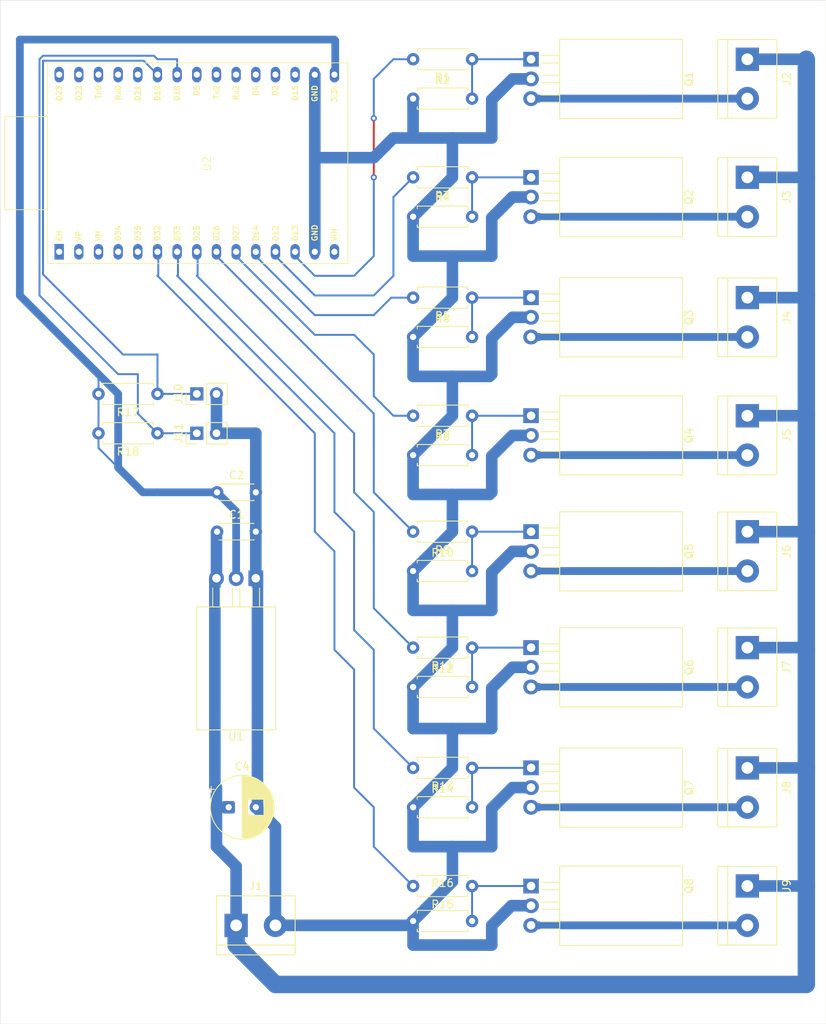
<source format=kicad_pcb>
(kicad_pcb (version 20241229) (generator "pcbnew") (generator_version "9.0")
  (layers (0 "F.Cu" signal) (2 "B.Cu" signal) (13 "F.Paste" user) (15 "B.Paste" user) (5 "F.SilkS" user "F.Silkscreen") (7 "B.SilkS" user "B.Silkscreen") (1 "F.Mask" user) (3 "B.Mask" user) (25 "Edge.Cuts" user))
  (net 0 "")
  (net 1 "GND")
  (net 2 "VIN")
  (net 3 "+3.3V")
  (net 4 "Net-(J2-Pin_2)")
  (net 5 "Net-(J3-Pin_2)")
  (net 6 "Net-(J4-Pin_2)")
  (net 7 "Net-(J5-Pin_2)")
  (net 8 "Net-(J6-Pin_2)")
  (net 9 "Net-(J7-Pin_2)")
  (net 10 "Net-(J8-Pin_2)")
  (net 11 "Net-(J9-Pin_2)")
  (net 12 "Net-(Q1-G)")
  (net 13 "Net-(Q2-G)")
  (net 14 "Net-(Q3-G)")
  (net 15 "Net-(Q4-G)")
  (net 16 "Net-(Q5-G)")
  (net 17 "Net-(Q6-G)")
  (net 18 "Net-(Q7-G)")
  (net 19 "Net-(Q8-G)")
  (net 20 "CH1")
  (net 21 "CH2")
  (net 22 "CH3")
  (net 23 "CH4")
  (net 24 "CH5")
  (net 25 "CH6")
  (net 26 "CH7")
  (net 27 "CH8")
  (net 45 "Net-(J10-Pin_1)")
  (net 46 "Net-(J11-Pin_1)")
  (footprint "Resistor_THT:R_Axial_DIN0207_L6.3mm_D2.5mm_P7.62mm_Horizontal" (layer "F.Cu") (at 40.64 88.9 180)
    (property "Reference" "R18" (at 3.81 -2.37 0) (layer "F.SilkS"))
    (property "Value" "10K")
    (pad "1" thru_hole circle (at 0 0 180) (size 1.6 1.6) (drill 0.8) (layers "*.Cu" "*.Mask") (net 46 "Net-(J11-Pin_1)"))
    (pad "2" thru_hole circle (at 7.62 0 180) (size 1.6 1.6) (drill 0.8) (layers "*.Cu" "*.Mask") (net 3 "+3.3V"))
  )
  (footprint "Capacitor_THT:CP_Radial_D8.0mm_P3.50mm" (layer "F.Cu") (at 49.84 137.16)
    (property "Reference" "C4" (at 1.75 -5.25 0) (layer "F.SilkS"))
    (property "Value" "100uF")
    (pad "1" thru_hole roundrect (at 0 0) (size 1.6 1.6) (drill 0.8) (layers "*.Cu" "*.Mask") (roundrect_rratio 0.15625) (net 2 "VIN"))
    (pad "2" thru_hole circle (at 3.5 0) (size 1.6 1.6) (drill 0.8) (layers "*.Cu" "*.Mask") (net 1 "GND"))
  )
  (footprint "Capacitor_THT:C_Disc_D4.3mm_W1.9mm_P5.00mm" (layer "F.Cu") (at 48.34 101.6)
    (property "Reference" "C1" (at 2.5 -2.2 0) (layer "F.SilkS"))
    (property "Value" "10uF")
    (pad "1" thru_hole circle (at 0 0) (size 1.6 1.6) (drill 0.8) (layers "*.Cu" "*.Mask") (net 2 "VIN"))
    (pad "2" thru_hole circle (at 5 0) (size 1.6 1.6) (drill 0.8) (layers "*.Cu" "*.Mask") (net 1 "GND"))
  )
  (footprint "SF_Library:ESP32-DevKitC-1" (layer "F.Cu") (at 47.54 54.1236 90)
    (property "Reference" "U2" (at 0 -0.5 90) (layer "F.SilkS") (effects (font (thickness 0.1))))
    (property "Value" "ESP32-DevkitC-1")
    (fp_text user "3.3v" (at 10.23 15.96 90) (layer "F.SilkS") (effects (font (size 0.7 0.7)) (justify right)))
    (fp_text user "VIN" (at -10.09 15.96 90) (layer "F.SilkS") (effects (font (size 0.7 0.7)) (justify left)))
    (fp_text user "D34" (at -10.09 -11.98 90) (layer "F.SilkS") (effects (font (size 0.7 0.7)) (justify left)))
    (fp_text user "D25" (at -10.09 -1.82 90) (layer "F.SilkS") (effects (font (size 0.7 0.7)) (justify left)))
    (fp_text user "D14" (at -10.09 5.8 90) (layer "F.SilkS") (effects (font (size 0.7 0.7)) (justify left)))
    (fp_text user "EN" (at -10.09 -19.6 90) (layer "F.SilkS") (effects (font (size 0.7 0.7)) (justify left)))
    (fp_text user "D26" (at -10.09 0.72 90) (layer "F.SilkS") (effects (font (size 0.7 0.7)) (justify left)))
    (fp_text user "D12" (at -10.09 8.34 90) (layer "F.SilkS") (effects (font (size 0.7 0.7)) (justify left)))
    (fp_text user "Rx0" (at 10.23 -11.98 90) (layer "F.SilkS") (effects (font (size 0.7 0.7)) (justify right)))
    (fp_text user "D21" (at 10.23 -9.44 90) (layer "F.SilkS") (effects (font (size 0.7 0.7)) (justify right)))
    (fp_text user "D32" (at -10.09 -6.9 90) (layer "F.SilkS") (effects (font (size 0.7 0.7)) (justify left)))
    (fp_text user "D5" (at 10.23 -1.82 90) (layer "F.SilkS") (effects (font (size 0.7 0.7)) (justify right)))
    (fp_text user "D35" (at -10.09 -9.44 90) (layer "F.SilkS") (effects (font (size 0.7 0.7)) (justify left)))
    (fp_text user "GND" (at 10.23 13.42 90) (layer "F.SilkS") (effects (font (size 0.7 0.7)) (justify right)))
    (fp_text user "Tx2" (at 10.23 0.72 90) (layer "F.SilkS") (effects (font (size 0.7 0.7)) (justify right)))
    (fp_text user "D27" (at -10.09 3.26 90) (layer "F.SilkS") (effects (font (size 0.7 0.7)) (justify left)))
    (fp_text user "D23" (at 10.23 -19.6 90) (layer "F.SilkS") (effects (font (size 0.7 0.7)) (justify right)))
    (fp_text user "D2" (at 10.23 8.34 90) (layer "F.SilkS") (effects (font (size 0.7 0.7)) (justify right)))
    (fp_text user "D4" (at 10.23 5.8 90) (layer "F.SilkS") (effects (font (size 0.7 0.7)) (justify right)))
    (fp_text user "VN" (at -10.09 -14.52 90) (layer "F.SilkS") (effects (font (size 0.7 0.7)) (justify left)))
    (fp_text user "GND" (at -10.09 13.42 90) (layer "F.SilkS") (effects (font (size 0.7 0.7)) (justify left)))
    (fp_text user "Rx2" (at 10.23 3.26 90) (layer "F.SilkS") (effects (font (size 0.7 0.7)) (justify right)))
    (fp_text user "D15" (at 10.23 10.88 90) (layer "F.SilkS") (effects (font (size 0.7 0.7)) (justify right)))
    (fp_text user "D33" (at -10.09 -4.36 90) (layer "F.SilkS") (effects (font (size 0.7 0.7)) (justify left)))
    (fp_text user "Tx0" (at 10.23 -14.52 90) (layer "F.SilkS") (effects (font (size 0.7 0.7)) (justify right)))
    (fp_text user "D13" (at -10.09 10.88 90) (layer "F.SilkS") (effects (font (size 0.7 0.7)) (justify left)))
    (fp_text user "D18" (at 10.23 -4.36 90) (layer "F.SilkS") (effects (font (size 0.7 0.7)) (justify right)))
    (fp_text user "D19" (at 10.23 -6.9 90) (layer "F.SilkS") (effects (font (size 0.7 0.7)) (justify right)))
    (fp_text user "D22" (at 10.23 -17.06 90) (layer "F.SilkS") (effects (font (size 0.7 0.7)) (justify right)))
    (fp_text user "VP" (at -10.09 -17.06 90) (layer "F.SilkS") (effects (font (size 0.7 0.7)) (justify left)))
    (pad "1" thru_hole rect (at -11.36 -19.6) (size 1.2 2) (drill 0.8) (layers "*.Cu" "*.Mask"))
    (pad "2" thru_hole oval (at -11.36 -17.06) (size 1.2 2) (drill 0.8) (layers "*.Cu" "*.Mask"))
    (pad "3" thru_hole oval (at -11.36 -14.52) (size 1.2 2) (drill 0.8) (layers "*.Cu" "*.Mask"))
    (pad "4" thru_hole oval (at -11.36 -11.98) (size 1.2 2) (drill 0.8) (layers "*.Cu" "*.Mask"))
    (pad "5" thru_hole oval (at -11.36 -9.44) (size 1.2 2) (drill 0.8) (layers "*.Cu" "*.Mask"))
    (pad "6" thru_hole oval (at -11.36 -6.9) (size 1.2 2) (drill 0.8) (layers "*.Cu" "*.Mask") (net 27 "CH8"))
    (pad "7" thru_hole oval (at -11.36 -4.36) (size 1.2 2) (drill 0.8) (layers "*.Cu" "*.Mask") (net 26 "CH7"))
    (pad "8" thru_hole oval (at -11.36 -1.82) (size 1.2 2) (drill 0.8) (layers "*.Cu" "*.Mask") (net 25 "CH6"))
    (pad "9" thru_hole oval (at -11.36 0.72) (size 1.2 2) (drill 0.8) (layers "*.Cu" "*.Mask") (net 24 "CH5"))
    (pad "10" thru_hole oval (at -11.36 3.26) (size 1.2 2) (drill 0.8) (layers "*.Cu" "*.Mask") (net 23 "CH4"))
    (pad "11" thru_hole oval (at -11.36 5.8) (size 1.2 2) (drill 0.8) (layers "*.Cu" "*.Mask") (net 22 "CH3"))
    (pad "12" thru_hole oval (at -11.36 8.34) (size 1.2 2) (drill 0.8) (layers "*.Cu" "*.Mask") (net 21 "CH2"))
    (pad "13" thru_hole oval (at -11.36 10.88) (size 1.2 2) (drill 0.8) (layers "*.Cu" "*.Mask") (net 20 "CH1"))
    (pad "14" thru_hole oval (at -11.36 13.42) (size 1.2 2) (drill 0.8) (layers "*.Cu" "*.Mask") (net 1 "GND"))
    (pad "15" thru_hole oval (at -11.36 15.96) (size 1.2 2) (drill 0.8) (layers "*.Cu" "*.Mask"))
    (pad "16" thru_hole oval (at 11.49632 15.95728) (size 1.2 2) (drill 0.8) (layers "*.Cu" "*.Mask") (net 3 "+3.3V"))
    (pad "17" thru_hole oval (at 11.49632 13.41728) (size 1.2 2) (drill 0.8) (layers "*.Cu" "*.Mask") (net 1 "GND"))
    (pad "18" thru_hole oval (at 11.5 10.88) (size 1.2 2) (drill 0.8) (layers "*.Cu" "*.Mask"))
    (pad "19" thru_hole oval (at 11.5 8.34) (size 1.2 2) (drill 0.8) (layers "*.Cu" "*.Mask"))
    (pad "20" thru_hole oval (at 11.5 5.8) (size 1.2 2) (drill 0.8) (layers "*.Cu" "*.Mask"))
    (pad "21" thru_hole oval (at 11.5 3.26) (size 1.2 2) (drill 0.8) (layers "*.Cu" "*.Mask"))
    (pad "22" thru_hole oval (at 11.5 0.72) (size 1.2 2) (drill 0.8) (layers "*.Cu" "*.Mask"))
    (pad "23" thru_hole oval (at 11.5 -1.82) (size 1.2 2) (drill 0.8) (layers "*.Cu" "*.Mask"))
    (pad "24" thru_hole oval (at 11.5 -4.36) (size 1.2 2) (drill 0.8) (layers "*.Cu" "*.Mask") (net 46 "Net-(J11-Pin_1)"))
    (pad "25" thru_hole oval (at 11.5 -6.9) (size 1.2 2) (drill 0.8) (layers "*.Cu" "*.Mask") (net 45 "Net-(J10-Pin_1)"))
    (pad "26" thru_hole oval (at 11.5 -9.44) (size 1.2 2) (drill 0.8) (layers "*.Cu" "*.Mask"))
    (pad "27" thru_hole oval (at 11.5 -11.98) (size 1.2 2) (drill 0.8) (layers "*.Cu" "*.Mask"))
    (pad "28" thru_hole oval (at 11.5 -14.52) (size 1.2 2) (drill 0.8) (layers "*.Cu" "*.Mask"))
    (pad "29" thru_hole oval (at 11.5 -17.06) (size 1.2 2) (drill 0.8) (layers "*.Cu" "*.Mask"))
    (pad "30" thru_hole oval (at 11.5 -19.6) (size 1.2 2) (drill 0.8) (layers "*.Cu" "*.Mask"))
  )
  (footprint "Package_TO_SOT_THT:TO-220-3_Horizontal_TabDown" (layer "F.Cu") (at 88.9 71.4 -90)
    (property "Reference" "Q3" (at 2.54 -20.41 270) (layer "F.SilkS"))
    (property "Value" "IRLZ44N")
    (pad "" np_thru_hole circle (at 2.54 -16.66 270) (size 3.5 3.5) (drill 3.5) (layers "*.Cu" "*.Mask"))
    (pad "1" thru_hole rect (at 0 0 270) (size 1.905 2) (drill 1.1) (layers "*.Cu" "*.Mask") (net 14 "Net-(Q3-G)"))
    (pad "2" thru_hole oval (at 2.54 0 270) (size 1.905 2) (drill 1.1) (layers "*.Cu" "*.Mask") (net 1 "GND"))
    (pad "3" thru_hole oval (at 5.08 0 270) (size 1.905 2) (drill 1.1) (layers "*.Cu" "*.Mask") (net 6 "Net-(J4-Pin_2)"))
  )
  (footprint "Connector_PinHeader_2.54mm:PinHeader_1x02_P2.54mm_Vertical" (layer "F.Cu") (at 45.72 83.82 90)
    (property "Reference" "J10" (at 0 -2.38 90) (layer "F.SilkS"))
    (property "Value" "BTN1")
    (pad "1" thru_hole rect (at 0 0 90) (size 1.7 1.7) (drill 1) (layers "*.Cu" "*.Mask") (net 45 "Net-(J10-Pin_1)"))
    (pad "2" thru_hole circle (at 0 2.54 90) (size 1.7 1.7) (drill 1) (layers "*.Cu" "*.Mask") (net 1 "GND"))
  )
  (footprint "TerminalBlock:TerminalBlock_bornier-2_P5.08mm" (layer "F.Cu") (at 116.84 147.32 -90)
    (property "Reference" "J9" (at 0 -5.08 90) (layer "F.SilkS"))
    (property "Value" "CH8")
    (pad "1" thru_hole rect (at 0 0 270) (size 3 3) (drill 1.52) (layers "*.Cu" "*.Mask") (net 2 "VIN"))
    (pad "2" thru_hole circle (at 5.08 0 270) (size 3 3) (drill 1.52) (layers "*.Cu" "*.Mask") (net 11 "Net-(J9-Pin_2)"))
  )
  (footprint "Resistor_THT:R_Axial_DIN0207_L6.3mm_D2.5mm_P7.62mm_Horizontal" (layer "F.Cu") (at 81.28 101.6 180)
    (property "Reference" "R9" (at 3.81 -2.37 0) (layer "F.SilkS"))
    (property "Value" "100R")
    (pad "1" thru_hole circle (at 0 0 180) (size 1.6 1.6) (drill 0.8) (layers "*.Cu" "*.Mask") (net 16 "Net-(Q5-G)"))
    (pad "2" thru_hole circle (at 7.62 0 180) (size 1.6 1.6) (drill 0.8) (layers "*.Cu" "*.Mask") (net 24 "CH5"))
  )
  (footprint "Package_TO_SOT_THT:TO-220-3_Horizontal_TabDown" (layer "F.Cu") (at 88.9 132.08 -90)
    (property "Reference" "Q7" (at 2.54 -20.41 270) (layer "F.SilkS"))
    (property "Value" "IRLZ44N")
    (pad "" np_thru_hole circle (at 2.54 -16.66 270) (size 3.5 3.5) (drill 3.5) (layers "*.Cu" "*.Mask"))
    (pad "1" thru_hole rect (at 0 0 270) (size 1.905 2) (drill 1.1) (layers "*.Cu" "*.Mask") (net 18 "Net-(Q7-G)"))
    (pad "2" thru_hole oval (at 2.54 0 270) (size 1.905 2) (drill 1.1) (layers "*.Cu" "*.Mask") (net 1 "GND"))
    (pad "3" thru_hole oval (at 5.08 0 270) (size 1.905 2) (drill 1.1) (layers "*.Cu" "*.Mask") (net 10 "Net-(J8-Pin_2)"))
  )
  (footprint "Resistor_THT:R_Axial_DIN0207_L6.3mm_D2.5mm_P7.62mm_Horizontal" (layer "F.Cu") (at 81.28 86.64 180)
    (property "Reference" "R7" (at 3.81 -2.37 0) (layer "F.SilkS"))
    (property "Value" "100R")
    (pad "1" thru_hole circle (at 0 0 180) (size 1.6 1.6) (drill 0.8) (layers "*.Cu" "*.Mask") (net 15 "Net-(Q4-G)"))
    (pad "2" thru_hole circle (at 7.62 0 180) (size 1.6 1.6) (drill 0.8) (layers "*.Cu" "*.Mask") (net 23 "CH4"))
  )
  (footprint "Resistor_THT:R_Axial_DIN0207_L6.3mm_D2.5mm_P7.62mm_Horizontal" (layer "F.Cu") (at 81.28 40.64 180)
    (property "Reference" "R1" (at 3.81 -2.37 0) (layer "F.SilkS"))
    (property "Value" "100R")
    (pad "1" thru_hole circle (at 0 0 180) (size 1.6 1.6) (drill 0.8) (layers "*.Cu" "*.Mask") (net 12 "Net-(Q1-G)"))
    (pad "2" thru_hole circle (at 7.62 0 180) (size 1.6 1.6) (drill 0.8) (layers "*.Cu" "*.Mask") (net 20 "CH1"))
  )
  (footprint "Resistor_THT:R_Axial_DIN0207_L6.3mm_D2.5mm_P7.62mm_Horizontal" (layer "F.Cu") (at 81.28 55.88 180)
    (property "Reference" "R3" (at 3.81 -2.37 0) (layer "F.SilkS"))
    (property "Value" "100R")
    (pad "1" thru_hole circle (at 0 0 180) (size 1.6 1.6) (drill 0.8) (layers "*.Cu" "*.Mask") (net 13 "Net-(Q2-G)"))
    (pad "2" thru_hole circle (at 7.62 0 180) (size 1.6 1.6) (drill 0.8) (layers "*.Cu" "*.Mask") (net 21 "CH2"))
  )
  (footprint "Resistor_THT:R_Axial_DIN0207_L6.3mm_D2.5mm_P7.62mm_Horizontal" (layer "F.Cu") (at 73.66 151.84)
    (property "Reference" "R16" (at 3.81 -4.91 0) (layer "F.SilkS"))
    (property "Value" "10K")
    (pad "1" thru_hole circle (at 0 0) (size 1.6 1.6) (drill 0.8) (layers "*.Cu" "*.Mask") (net 1 "GND"))
    (pad "2" thru_hole circle (at 7.62 0) (size 1.6 1.6) (drill 0.8) (layers "*.Cu" "*.Mask") (net 19 "Net-(Q8-G)"))
  )
  (footprint "Resistor_THT:R_Axial_DIN0207_L6.3mm_D2.5mm_P7.62mm_Horizontal" (layer "F.Cu") (at 40.64 83.82 180)
    (property "Reference" "R17" (at 3.81 -2.37 0) (layer "F.SilkS"))
    (property "Value" "10K")
    (pad "1" thru_hole circle (at 0 0 180) (size 1.6 1.6) (drill 0.8) (layers "*.Cu" "*.Mask") (net 45 "Net-(J10-Pin_1)"))
    (pad "2" thru_hole circle (at 7.62 0 180) (size 1.6 1.6) (drill 0.8) (layers "*.Cu" "*.Mask") (net 3 "+3.3V"))
  )
  (footprint "Package_TO_SOT_THT:TO-220-3_Horizontal_TabDown" (layer "F.Cu") (at 88.9 55.88 -90)
    (property "Reference" "Q2" (at 2.54 -20.41 270) (layer "F.SilkS"))
    (property "Value" "IRLZ44N")
    (pad "" np_thru_hole circle (at 2.54 -16.66 270) (size 3.5 3.5) (drill 3.5) (layers "*.Cu" "*.Mask"))
    (pad "1" thru_hole rect (at 0 0 270) (size 1.905 2) (drill 1.1) (layers "*.Cu" "*.Mask") (net 13 "Net-(Q2-G)"))
    (pad "2" thru_hole oval (at 2.54 0 270) (size 1.905 2) (drill 1.1) (layers "*.Cu" "*.Mask") (net 1 "GND"))
    (pad "3" thru_hole oval (at 5.08 0 270) (size 1.905 2) (drill 1.1) (layers "*.Cu" "*.Mask") (net 5 "Net-(J3-Pin_2)"))
  )
  (footprint "Package_TO_SOT_THT:TO-220-3_Horizontal_TabDown" (layer "F.Cu") (at 53.34 107.61 180)
    (property "Reference" "U1" (at 2.54 -20.41 0) (layer "F.SilkS"))
    (property "Value" "LM1117T-3.3")
    (pad "" np_thru_hole circle (at 2.54 -16.66 180) (size 3.5 3.5) (drill 3.5) (layers "*.Cu" "*.Mask"))
    (pad "1" thru_hole rect (at 0 0 180) (size 1.905 2) (drill 1.1) (layers "*.Cu" "*.Mask") (net 1 "GND"))
    (pad "2" thru_hole oval (at 2.54 0 180) (size 1.905 2) (drill 1.1) (layers "*.Cu" "*.Mask") (net 3 "+3.3V"))
    (pad "3" thru_hole oval (at 5.08 0 180) (size 1.905 2) (drill 1.1) (layers "*.Cu" "*.Mask") (net 2 "VIN"))
  )
  (footprint "TerminalBlock:TerminalBlock_bornier-2_P5.08mm" (layer "F.Cu") (at 116.84 86.64 -90)
    (property "Reference" "J5" (at 2.54 -5.08 90) (layer "F.SilkS"))
    (property "Value" "CH4")
    (pad "1" thru_hole rect (at 0 0 270) (size 3 3) (drill 1.52) (layers "*.Cu" "*.Mask") (net 2 "VIN"))
    (pad "2" thru_hole circle (at 5.08 0 270) (size 3 3) (drill 1.52) (layers "*.Cu" "*.Mask") (net 7 "Net-(J5-Pin_2)"))
  )
  (footprint "Resistor_THT:R_Axial_DIN0207_L6.3mm_D2.5mm_P7.62mm_Horizontal" (layer "F.Cu") (at 73.66 45.72)
    (property "Reference" "R2" (at 3.81 -2.37 0) (layer "F.SilkS"))
    (property "Value" "10K")
    (pad "1" thru_hole circle (at 0 0) (size 1.6 1.6) (drill 0.8) (layers "*.Cu" "*.Mask") (net 1 "GND"))
    (pad "2" thru_hole circle (at 7.62 0) (size 1.6 1.6) (drill 0.8) (layers "*.Cu" "*.Mask") (net 12 "Net-(Q1-G)"))
  )
  (footprint "TerminalBlock:TerminalBlock_bornier-2_P5.08mm" (layer "F.Cu") (at 116.84 101.6 -90)
    (property "Reference" "J6" (at 2.54 -5.08 90) (layer "F.SilkS"))
    (property "Value" "CH5")
    (pad "1" thru_hole rect (at 0 0 270) (size 3 3) (drill 1.52) (layers "*.Cu" "*.Mask") (net 2 "VIN"))
    (pad "2" thru_hole circle (at 5.08 0 270) (size 3 3) (drill 1.52) (layers "*.Cu" "*.Mask") (net 8 "Net-(J6-Pin_2)"))
  )
  (footprint "Resistor_THT:R_Axial_DIN0207_L6.3mm_D2.5mm_P7.62mm_Horizontal" (layer "F.Cu") (at 73.66 60.96)
    (property "Reference" "R4" (at 3.81 -2.54 0) (layer "F.SilkS"))
    (property "Value" "10K")
    (pad "1" thru_hole circle (at 0 0) (size 1.6 1.6) (drill 0.8) (layers "*.Cu" "*.Mask") (net 1 "GND"))
    (pad "2" thru_hole circle (at 7.62 0) (size 1.6 1.6) (drill 0.8) (layers "*.Cu" "*.Mask") (net 13 "Net-(Q2-G)"))
  )
  (footprint "TerminalBlock:TerminalBlock_bornier-2_P5.08mm" (layer "F.Cu") (at 116.84 71.4 -90)
    (property "Reference" "J4" (at 2.54 -5.08 90) (layer "F.SilkS"))
    (property "Value" "CH3")
    (pad "1" thru_hole rect (at 0 0 270) (size 3 3) (drill 1.52) (layers "*.Cu" "*.Mask") (net 2 "VIN"))
    (pad "2" thru_hole circle (at 5.08 0 270) (size 3 3) (drill 1.52) (layers "*.Cu" "*.Mask") (net 6 "Net-(J4-Pin_2)"))
  )
  (footprint "Resistor_THT:R_Axial_DIN0207_L6.3mm_D2.5mm_P7.62mm_Horizontal" (layer "F.Cu") (at 73.66 137.16)
    (property "Reference" "R14" (at 3.81 -2.37 0) (layer "F.SilkS"))
    (property "Value" "10K")
    (pad "1" thru_hole circle (at 0 0) (size 1.6 1.6) (drill 0.8) (layers "*.Cu" "*.Mask") (net 1 "GND"))
    (pad "2" thru_hole circle (at 7.62 0) (size 1.6 1.6) (drill 0.8) (layers "*.Cu" "*.Mask") (net 18 "Net-(Q7-G)"))
  )
  (footprint "Resistor_THT:R_Axial_DIN0207_L6.3mm_D2.5mm_P7.62mm_Horizontal" (layer "F.Cu") (at 81.28 71.4 180)
    (property "Reference" "R5" (at 3.81 -2.37 0) (layer "F.SilkS"))
    (property "Value" "100R")
    (pad "1" thru_hole circle (at 0 0 180) (size 1.6 1.6) (drill 0.8) (layers "*.Cu" "*.Mask") (net 14 "Net-(Q3-G)"))
    (pad "2" thru_hole circle (at 7.62 0 180) (size 1.6 1.6) (drill 0.8) (layers "*.Cu" "*.Mask") (net 22 "CH3"))
  )
  (footprint "Resistor_THT:R_Axial_DIN0207_L6.3mm_D2.5mm_P7.62mm_Horizontal" (layer "F.Cu") (at 73.66 106.68)
    (property "Reference" "R10" (at 3.81 -2.37 0) (layer "F.SilkS"))
    (property "Value" "10K")
    (pad "1" thru_hole circle (at 0 0) (size 1.6 1.6) (drill 0.8) (layers "*.Cu" "*.Mask") (net 1 "GND"))
    (pad "2" thru_hole circle (at 7.62 0) (size 1.6 1.6) (drill 0.8) (layers "*.Cu" "*.Mask") (net 16 "Net-(Q5-G)"))
  )
  (footprint "Resistor_THT:R_Axial_DIN0207_L6.3mm_D2.5mm_P7.62mm_Horizontal" (layer "F.Cu") (at 81.28 147.32 180)
    (property "Reference" "R15" (at 3.81 -2.37 0) (layer "F.SilkS"))
    (property "Value" "100R")
    (pad "1" thru_hole circle (at 0 0 180) (size 1.6 1.6) (drill 0.8) (layers "*.Cu" "*.Mask") (net 19 "Net-(Q8-G)"))
    (pad "2" thru_hole circle (at 7.62 0 180) (size 1.6 1.6) (drill 0.8) (layers "*.Cu" "*.Mask") (net 27 "CH8"))
  )
  (footprint "Package_TO_SOT_THT:TO-220-3_Horizontal_TabDown" (layer "F.Cu") (at 88.9 147.32 -90)
    (property "Reference" "Q8" (at 0 -20.41 270) (layer "F.SilkS"))
    (property "Value" "IRLZ44N")
    (pad "" np_thru_hole circle (at 2.54 -16.66 270) (size 3.5 3.5) (drill 3.5) (layers "*.Cu" "*.Mask"))
    (pad "1" thru_hole rect (at 0 0 270) (size 1.905 2) (drill 1.1) (layers "*.Cu" "*.Mask") (net 19 "Net-(Q8-G)"))
    (pad "2" thru_hole oval (at 2.54 0 270) (size 1.905 2) (drill 1.1) (layers "*.Cu" "*.Mask") (net 1 "GND"))
    (pad "3" thru_hole oval (at 5.08 0 270) (size 1.905 2) (drill 1.1) (layers "*.Cu" "*.Mask") (net 11 "Net-(J9-Pin_2)"))
  )
  (footprint "TerminalBlock:TerminalBlock_bornier-2_P5.08mm" (layer "F.Cu") (at 116.84 132.08 -90)
    (property "Reference" "J8" (at 2.54 -5.08 90) (layer "F.SilkS"))
    (property "Value" "CH7")
    (pad "1" thru_hole rect (at 0 0 270) (size 3 3) (drill 1.52) (layers "*.Cu" "*.Mask") (net 2 "VIN"))
    (pad "2" thru_hole circle (at 5.08 0 270) (size 3 3) (drill 1.52) (layers "*.Cu" "*.Mask") (net 10 "Net-(J8-Pin_2)"))
  )
  (footprint "Package_TO_SOT_THT:TO-220-3_Horizontal_TabDown" (layer "F.Cu") (at 88.9 101.6 -90)
    (property "Reference" "Q5" (at 2.54 -20.41 270) (layer "F.SilkS"))
    (property "Value" "IRLZ44N")
    (pad "" np_thru_hole circle (at 2.54 -16.66 270) (size 3.5 3.5) (drill 3.5) (layers "*.Cu" "*.Mask"))
    (pad "1" thru_hole rect (at 0 0 270) (size 1.905 2) (drill 1.1) (layers "*.Cu" "*.Mask") (net 16 "Net-(Q5-G)"))
    (pad "2" thru_hole oval (at 2.54 0 270) (size 1.905 2) (drill 1.1) (layers "*.Cu" "*.Mask") (net 1 "GND"))
    (pad "3" thru_hole oval (at 5.08 0 270) (size 1.905 2) (drill 1.1) (layers "*.Cu" "*.Mask") (net 8 "Net-(J6-Pin_2)"))
  )
  (footprint "Connector_PinHeader_2.54mm:PinHeader_1x02_P2.54mm_Vertical" (layer "F.Cu") (at 45.72 88.9 90)
    (property "Reference" "J11" (at 0 -2.38 90) (layer "F.SilkS"))
    (property "Value" "BTN2")
    (pad "1" thru_hole rect (at 0 0 90) (size 1.7 1.7) (drill 1) (layers "*.Cu" "*.Mask") (net 46 "Net-(J11-Pin_1)"))
    (pad "2" thru_hole circle (at 0 2.54 90) (size 1.7 1.7) (drill 1) (layers "*.Cu" "*.Mask") (net 1 "GND"))
  )
  (footprint "Package_TO_SOT_THT:TO-220-3_Horizontal_TabDown" (layer "F.Cu") (at 88.9 40.64 -90)
    (property "Reference" "Q1" (at 2.54 -20.41 90) (layer "F.SilkS"))
    (property "Value" "IRLZ44N")
    (pad "" np_thru_hole circle (at 2.54 -16.66 270) (size 3.5 3.5) (drill 3.5) (layers "*.Cu" "*.Mask"))
    (pad "1" thru_hole rect (at 0 0 270) (size 1.905 2) (drill 1.1) (layers "*.Cu" "*.Mask") (net 12 "Net-(Q1-G)"))
    (pad "2" thru_hole oval (at 2.54 0 270) (size 1.905 2) (drill 1.1) (layers "*.Cu" "*.Mask") (net 1 "GND"))
    (pad "3" thru_hole oval (at 5.08 0 270) (size 1.905 2) (drill 1.1) (layers "*.Cu" "*.Mask") (net 4 "Net-(J2-Pin_2)"))
  )
  (footprint "Resistor_THT:R_Axial_DIN0207_L6.3mm_D2.5mm_P7.62mm_Horizontal" (layer "F.Cu") (at 73.66 91.72)
    (property "Reference" "R8" (at 3.81 -2.37 0) (layer "F.SilkS"))
    (property "Value" "10K")
    (pad "1" thru_hole circle (at 0 0) (size 1.6 1.6) (drill 0.8) (layers "*.Cu" "*.Mask") (net 1 "GND"))
    (pad "2" thru_hole circle (at 7.62 0) (size 1.6 1.6) (drill 0.8) (layers "*.Cu" "*.Mask") (net 15 "Net-(Q4-G)"))
  )
  (footprint "TerminalBlock:TerminalBlock_bornier-2_P5.08mm" (layer "F.Cu") (at 116.84 116.56 -90)
    (property "Reference" "J7" (at 2.54 -5.08 90) (layer "F.SilkS"))
    (property "Value" "CH6")
    (pad "1" thru_hole rect (at 0 0 270) (size 3 3) (drill 1.52) (layers "*.Cu" "*.Mask") (net 2 "VIN"))
    (pad "2" thru_hole circle (at 5.08 0 270) (size 3 3) (drill 1.52) (layers "*.Cu" "*.Mask") (net 9 "Net-(J7-Pin_2)"))
  )
  (footprint "TerminalBlock:TerminalBlock_bornier-2_P5.08mm" (layer "F.Cu") (at 50.8 152.4)
    (property "Reference" "J1" (at 2.54 -5.08 0) (layer "F.SilkS"))
    (property "Value" "PWR_IN")
    (pad "1" thru_hole rect (at 0 0) (size 3 3) (drill 1.52) (layers "*.Cu" "*.Mask") (net 2 "VIN"))
    (pad "2" thru_hole circle (at 5.08 0) (size 3 3) (drill 1.52) (layers "*.Cu" "*.Mask") (net 1 "GND"))
  )
  (footprint "Resistor_THT:R_Axial_DIN0207_L6.3mm_D2.5mm_P7.62mm_Horizontal" (layer "F.Cu") (at 73.66 121.64)
    (property "Reference" "R12" (at 3.81 -2.37 0) (layer "F.SilkS"))
    (property "Value" "10K")
    (pad "1" thru_hole circle (at 0 0) (size 1.6 1.6) (drill 0.8) (layers "*.Cu" "*.Mask") (net 1 "GND"))
    (pad "2" thru_hole circle (at 7.62 0) (size 1.6 1.6) (drill 0.8) (layers "*.Cu" "*.Mask") (net 17 "Net-(Q6-G)"))
  )
  (footprint "TerminalBlock:TerminalBlock_bornier-2_P5.08mm" (layer "F.Cu") (at 116.84 55.88 -90)
    (property "Reference" "J3" (at 2.54 -5.08 90) (layer "F.SilkS"))
    (property "Value" "CH2")
    (pad "1" thru_hole rect (at 0 0 270) (size 3 3) (drill 1.52) (layers "*.Cu" "*.Mask") (net 2 "VIN"))
    (pad "2" thru_hole circle (at 5.08 0 270) (size 3 3) (drill 1.52) (layers "*.Cu" "*.Mask") (net 5 "Net-(J3-Pin_2)"))
  )
  (footprint "Resistor_THT:R_Axial_DIN0207_L6.3mm_D2.5mm_P7.62mm_Horizontal" (layer "F.Cu") (at 81.28 132.08 180)
    (property "Reference" "R13" (at 3.81 -2.37 180) (layer "F.SilkS"))
    (property "Value" "100R")
    (pad "1" thru_hole circle (at 0 0 180) (size 1.6 1.6) (drill 0.8) (layers "*.Cu" "*.Mask") (net 18 "Net-(Q7-G)"))
    (pad "2" thru_hole circle (at 7.62 0 180) (size 1.6 1.6) (drill 0.8) (layers "*.Cu" "*.Mask") (net 26 "CH7"))
  )
  (footprint "Resistor_THT:R_Axial_DIN0207_L6.3mm_D2.5mm_P7.62mm_Horizontal" (layer "F.Cu") (at 81.28 116.56 180)
    (property "Reference" "R11" (at 3.81 -2.37 180) (layer "F.SilkS"))
    (property "Value" "100R")
    (pad "1" thru_hole circle (at 0 0 180) (size 1.6 1.6) (drill 0.8) (layers "*.Cu" "*.Mask") (net 17 "Net-(Q6-G)"))
    (pad "2" thru_hole circle (at 7.62 0 180) (size 1.6 1.6) (drill 0.8) (layers "*.Cu" "*.Mask") (net 25 "CH6"))
  )
  (footprint "Package_TO_SOT_THT:TO-220-3_Horizontal_TabDown" (layer "F.Cu") (at 88.9 86.64 -90)
    (property "Reference" "Q4" (at 2.54 -20.41 270) (layer "F.SilkS"))
    (property "Value" "IRLZ44N")
    (pad "" np_thru_hole circle (at 2.54 -16.66 270) (size 3.5 3.5) (drill 3.5) (layers "*.Cu" "*.Mask"))
    (pad "1" thru_hole rect (at 0 0 270) (size 1.905 2) (drill 1.1) (layers "*.Cu" "*.Mask") (net 15 "Net-(Q4-G)"))
    (pad "2" thru_hole oval (at 2.54 0 270) (size 1.905 2) (drill 1.1) (layers "*.Cu" "*.Mask") (net 1 "GND"))
    (pad "3" thru_hole oval (at 5.08 0 270) (size 1.905 2) (drill 1.1) (layers "*.Cu" "*.Mask") (net 7 "Net-(J5-Pin_2)"))
  )
  (footprint "TerminalBlock:TerminalBlock_bornier-2_P5.08mm" (layer "F.Cu") (at 116.84 40.64 -90)
    (property "Reference" "J2" (at 2.54 -5.08 90) (layer "F.SilkS"))
    (property "Value" "CH1")
    (pad "1" thru_hole rect (at 0 0 270) (size 3 3) (drill 1.52) (layers "*.Cu" "*.Mask") (net 2 "VIN"))
    (pad "2" thru_hole circle (at 5.08 0 270) (size 3 3) (drill 1.52) (layers "*.Cu" "*.Mask") (net 4 "Net-(J2-Pin_2)"))
  )
  (footprint "Package_TO_SOT_THT:TO-220-3_Horizontal_TabDown" (layer "F.Cu") (at 88.9 116.56 -90)
    (property "Reference" "Q6" (at 2.54 -20.41 270) (layer "F.SilkS"))
    (property "Value" "IRLZ44N")
    (pad "" np_thru_hole circle (at 2.54 -16.66 270) (size 3.5 3.5) (drill 3.5) (layers "*.Cu" "*.Mask"))
    (pad "1" thru_hole rect (at 0 0 270) (size 1.905 2) (drill 1.1) (layers "*.Cu" "*.Mask") (net 17 "Net-(Q6-G)"))
    (pad "2" thru_hole oval (at 2.54 0 270) (size 1.905 2) (drill 1.1) (layers "*.Cu" "*.Mask") (net 1 "GND"))
    (pad "3" thru_hole oval (at 5.08 0 270) (size 1.905 2) (drill 1.1) (layers "*.Cu" "*.Mask") (net 9 "Net-(J7-Pin_2)"))
  )
  (footprint "Resistor_THT:R_Axial_DIN0207_L6.3mm_D2.5mm_P7.62mm_Horizontal" (layer "F.Cu") (at 73.66 76.48)
    (property "Reference" "R6" (at 3.81 -2.37 0) (layer "F.SilkS"))
    (property "Value" "10K")
    (pad "1" thru_hole circle (at 0 0) (size 1.6 1.6) (drill 0.8) (layers "*.Cu" "*.Mask") (net 1 "GND"))
    (pad "2" thru_hole circle (at 7.62 0) (size 1.6 1.6) (drill 0.8) (layers "*.Cu" "*.Mask") (net 14 "Net-(Q3-G)"))
  )
  (footprint "Capacitor_THT:C_Disc_D4.3mm_W1.9mm_P5.00mm" (layer "F.Cu") (at 48.34 96.52)
    (property "Reference" "C2" (at 2.5 -2.2 0) (layer "F.SilkS"))
    (property "Value" "100nF")
    (pad "1" thru_hole circle (at 0 0) (size 1.6 1.6) (drill 0.8) (layers "*.Cu" "*.Mask") (net 3 "+3.3V"))
    (pad "2" thru_hole circle (at 5 0) (size 1.6 1.6) (drill 0.8) (layers "*.Cu" "*.Mask") (net 1 "GND"))
  )
  (gr_rect (start 20.32 33.02) (end 127 165.1) (stroke (width 0.05)) (fill no) (layer "Edge.Cuts"))
  (segment (start 86.495 73.94) (end 88.9 73.94) (width 1.5) (layer "B.Cu") (net 1))
  (segment (start 83.82 111.76) (end 83.82 106.815) (width 1.5) (layer "B.Cu") (net 1))
  (segment (start 86.36 149.86) (end 88.9 149.86) (width 1.5) (layer "B.Cu") (net 1))
  (segment (start 78.74 81.56) (end 83.54 81.56) (width 1.5) (layer "B.Cu") (net 1))
  (segment (start 86.495 104.14) (end 88.9 104.14) (width 1.5) (layer "B.Cu") (net 1))
  (segment (start 73.66 45.72) (end 73.66 50.8) (width 1.5) (layer "B.Cu") (net 1))
  (segment (start 73.66 121.64) (end 73.66 127) (width 1.5) (layer "B.Cu") (net 1))
  (segment (start 48.26 88.9) (end 53.34 88.9) (width 1.5) (layer "B.Cu") (net 1))
  (segment (start 78.74 96.8) (end 78.74 101.6) (width 1.5) (layer "B.Cu") (net 1))
  (segment (start 83.82 91.855) (end 86.495 89.18) (width 1.5) (layer "B.Cu") (net 1))
  (segment (start 73.66 91.72) (end 78.74 86.64) (width 1.5) (layer "B.Cu") (net 1))
  (segment (start 78.74 142.24) (end 78.74 146.76) (width 1.5) (layer "B.Cu") (net 1))
  (segment (start 73.66 154.94) (end 83.82 154.94) (width 1.5) (layer "B.Cu") (net 1))
  (segment (start 53.551 136.949) (end 53.551 107.821) (width 1.5) (layer "B.Cu") (net 1))
  (segment (start 53.34 88.9) (end 53.34 96.52) (width 1.5) (layer "B.Cu") (net 1))
  (segment (start 78.74 96.8) (end 83.54 96.8) (width 1.5) (layer "B.Cu") (net 1))
  (segment (start 73.1 152.4) (end 73.66 151.84) (width 1.5) (layer "B.Cu") (net 1))
  (segment (start 78.74 111.76) (end 78.74 116.56) (width 1.5) (layer "B.Cu") (net 1))
  (segment (start 73.66 142.24) (end 78.74 142.24) (width 1.5) (layer "B.Cu") (net 1))
  (segment (start 68.58 53.34) (end 71.12 50.8) (width 1.5) (layer "B.Cu") (net 1))
  (segment (start 86.495 58.42) (end 88.9 58.42) (width 1.5) (layer "B.Cu") (net 1))
  (segment (start 83.82 81.28) (end 83.82 76.615) (width 1.5) (layer "B.Cu") (net 1))
  (segment (start 53.34 137.16) (end 53.551 136.949) (width 1.5) (layer "B.Cu") (net 1))
  (segment (start 83.82 142.24) (end 83.82 137.295) (width 1.5) (layer "B.Cu") (net 1))
  (segment (start 78.74 116.56) (end 73.66 121.64) (width 1.5) (layer "B.Cu") (net 1))
  (segment (start 78.74 132.08) (end 73.66 137.16) (width 1.5) (layer "B.Cu") (net 1))
  (segment (start 53.34 107.61) (end 53.34 96.52) (width 1.5) (layer "B.Cu") (net 1))
  (segment (start 83.82 154.94) (end 83.82 152.4) (width 1.5) (layer "B.Cu") (net 1))
  (segment (start 78.74 101.6) (end 73.66 106.68) (width 1.5) (layer "B.Cu") (net 1))
  (segment (start 48.26 83.82) (end 48.26 88.9) (width 1.5) (layer "B.Cu") (net 1))
  (segment (start 78.74 66.04) (end 78.74 71.4) (width 1.5) (layer "B.Cu") (net 1))
  (segment (start 83.82 106.815) (end 86.495 104.14) (width 1.5) (layer "B.Cu") (net 1))
  (segment (start 78.74 127) (end 83.82 127) (width 1.5) (layer "B.Cu") (net 1))
  (segment (start 78.74 55.88) (end 73.66 60.96) (width 1.5) (layer "B.Cu") (net 1))
  (segment (start 55.88 152.4) (end 73.1 152.4) (width 1.5) (layer "B.Cu") (net 1))
  (segment (start 83.82 137.295) (end 86.495 134.62) (width 1.5) (layer "B.Cu") (net 1))
  (segment (start 78.74 111.76) (end 83.82 111.76) (width 1.5) (layer "B.Cu") (net 1))
  (segment (start 60.96 42.63) (end 60.95728 42.62728) (width 1.5) (layer "B.Cu") (net 1))
  (segment (start 86.495 43.18) (end 88.9 43.18) (width 1.5) (layer "B.Cu") (net 1))
  (segment (start 83.82 127) (end 83.82 121.775) (width 1.5) (layer "B.Cu") (net 1))
  (segment (start 78.74 71.4) (end 73.66 76.48) (width 1.5) (layer "B.Cu") (net 1))
  (segment (start 83.82 50.8) (end 83.82 45.855) (width 1.5) (layer "B.Cu") (net 1))
  (segment (start 83.82 152.4) (end 86.36 149.86) (width 1.5) (layer "B.Cu") (net 1))
  (segment (start 83.82 61.095) (end 86.495 58.42) (width 1.5) (layer "B.Cu") (net 1))
  (segment (start 78.74 142.24) (end 83.82 142.24) (width 1.5) (layer "B.Cu") (net 1))
  (segment (start 60.96 65.4836) (end 60.96 42.63) (width 1.5) (layer "B.Cu") (net 1))
  (segment (start 78.74 127) (end 78.74 132.08) (width 1.5) (layer "B.Cu") (net 1))
  (segment (start 73.66 151.84) (end 73.66 154.94) (width 1.5) (layer "B.Cu") (net 1))
  (segment (start 83.82 121.775) (end 86.495 119.1) (width 1.5) (layer "B.Cu") (net 1))
  (segment (start 61.065 53.34) (end 68.58 53.34) (width 1.5) (layer "B.Cu") (net 1))
  (segment (start 73.66 91.72) (end 73.66 96.8) (width 1.5) (layer "B.Cu") (net 1))
  (segment (start 78.74 66.04) (end 83.82 66.04) (width 1.5) (layer "B.Cu") (net 1))
  (segment (start 83.54 96.8) (end 83.82 96.52) (width 1.5) (layer "B.Cu") (net 1))
  (segment (start 73.66 66.04) (end 78.74 66.04) (width 1.5) (layer "B.Cu") (net 1))
  (segment (start 86.495 89.18) (end 88.9 89.18) (width 1.5) (layer "B.Cu") (net 1))
  (segment (start 53.551 107.821) (end 53.34 107.61) (width 1.5) (layer "B.Cu") (net 1))
  (segment (start 78.74 50.8) (end 83.82 50.8) (width 1.5) (layer "B.Cu") (net 1))
  (segment (start 73.66 106.68) (end 73.66 111.76) (width 1.5) (layer "B.Cu") (net 1))
  (segment (start 73.66 111.76) (end 78.74 111.76) (width 1.5) (layer "B.Cu") (net 1))
  (segment (start 53.34 137.16) (end 55.88 139.7) (width 1.5) (layer "B.Cu") (net 1))
  (segment (start 86.495 119.1) (end 88.9 119.1) (width 1.5) (layer "B.Cu") (net 1))
  (segment (start 78.74 86.64) (end 78.74 81.56) (width 1.5) (layer "B.Cu") (net 1))
  (segment (start 73.66 127) (end 78.74 127) (width 1.5) (layer "B.Cu") (net 1))
  (segment (start 83.82 45.855) (end 86.495 43.18) (width 1.5) (layer "B.Cu") (net 1))
  (segment (start 83.54 81.56) (end 83.82 81.28) (width 1.5) (layer "B.Cu") (net 1))
  (segment (start 73.66 60.96) (end 73.66 66.04) (width 1.5) (layer "B.Cu") (net 1))
  (segment (start 86.495 134.62) (end 88.9 134.62) (width 1.5) (layer "B.Cu") (net 1))
  (segment (start 78.74 146.76) (end 73.66 151.84) (width 1.5) (layer "B.Cu") (net 1))
  (segment (start 55.88 139.7) (end 55.88 152.4) (width 1.5) (layer "B.Cu") (net 1))
  (segment (start 83.82 96.52) (end 83.82 91.855) (width 1.5) (layer "B.Cu") (net 1))
  (segment (start 83.82 66.04) (end 83.82 61.095) (width 1.5) (layer "B.Cu") (net 1))
  (segment (start 73.66 76.48) (end 73.66 81.56) (width 1.5) (layer "B.Cu") (net 1))
  (segment (start 73.66 81.56) (end 78.74 81.56) (width 1.5) (layer "B.Cu") (net 1))
  (segment (start 73.66 50.8) (end 78.74 50.8) (width 1.5) (layer "B.Cu") (net 1))
  (segment (start 71.12 50.8) (end 73.66 50.8) (width 1.5) (layer "B.Cu") (net 1))
  (segment (start 83.82 76.615) (end 86.495 73.94) (width 1.5) (layer "B.Cu") (net 1))
  (segment (start 73.66 96.8) (end 78.74 96.8) (width 1.5) (layer "B.Cu") (net 1))
  (segment (start 78.74 55.88) (end 78.74 50.8) (width 1.5) (layer "B.Cu") (net 1))
  (segment (start 73.66 137.16) (end 73.66 142.24) (width 1.5) (layer "B.Cu") (net 1))
  (segment (start 48.049 107.821) (end 48.049 134.409) (width 1.5) (layer "B.Cu") (net 2))
  (segment (start 50.8 154.94) (end 55.88 160.02) (width 2.25) (layer "B.Cu") (net 2))
  (segment (start 124.18 116.56) (end 124.46 116.84) (width 1.5) (layer "B.Cu") (net 2))
  (segment (start 116.84 101.6) (end 124.46 101.6) (width 1.5) (layer "B.Cu") (net 2))
  (segment (start 50.8 144.78) (end 48.26 142.24) (width 1.5) (layer "B.Cu") (net 2))
  (segment (start 48.049 134.409) (end 48.26 134.62) (width 1.5) (layer "B.Cu") (net 2))
  (segment (start 124.46 132.08) (end 124.46 116.84) (width 2.25) (layer "B.Cu") (net 2))
  (segment (start 116.84 55.88) (end 124.46 55.88) (width 1.5) (layer "B.Cu") (net 2))
  (segment (start 124.46 116.84) (end 124.46 101.6) (width 2.25) (layer "B.Cu") (net 2))
  (segment (start 48.26 107.61) (end 48.26 101.68) (width 1.5) (layer "B.Cu") (net 2))
  (segment (start 124.46 160.02) (end 124.46 147.32) (width 2.25) (layer "B.Cu") (net 2))
  (segment (start 48.26 137.16) (end 48.26 134.62) (width 1.5) (layer "B.Cu") (net 2))
  (segment (start 116.84 147.32) (end 124.46 147.32) (width 1.5) (layer "B.Cu") (net 2))
  (segment (start 124.46 71.12) (end 124.46 55.88) (width 2.25) (layer "B.Cu") (net 2))
  (segment (start 124.46 101.6) (end 124.46 86.36) (width 2.25) (layer "B.Cu") (net 2))
  (segment (start 124.46 55.88) (end 124.46 40.64) (width 2.25) (layer "B.Cu") (net 2))
  (segment (start 48.26 101.68) (end 48.34 101.6) (width 1.5) (layer "B.Cu") (net 2))
  (segment (start 116.84 71.4) (end 124.18 71.4) (width 1.5) (layer "B.Cu") (net 2))
  (segment (start 116.84 86.64) (end 124.18 86.64) (width 1.5) (layer "B.Cu") (net 2))
  (segment (start 50.8 152.4) (end 50.8 154.94) (width 2.25) (layer "B.Cu") (net 2))
  (segment (start 124.46 86.36) (end 124.46 71.12) (width 2.25) (layer "B.Cu") (net 2))
  (segment (start 48.26 142.24) (end 48.26 137.16) (width 1.5) (layer "B.Cu") (net 2))
  (segment (start 124.18 86.64) (end 124.46 86.36) (width 1.5) (layer "B.Cu") (net 2))
  (segment (start 116.84 116.56) (end 124.18 116.56) (width 1.5) (layer "B.Cu") (net 2))
  (segment (start 116.84 40.64) (end 124.46 40.64) (width 1.5) (layer "B.Cu") (net 2))
  (segment (start 49.84 137.16) (end 48.26 137.16) (width 1.5) (layer "B.Cu") (net 2))
  (segment (start 55.88 160.02) (end 124.46 160.02) (width 2.25) (layer "B.Cu") (net 2))
  (segment (start 50.8 152.4) (end 50.8 144.78) (width 1.5) (layer "B.Cu") (net 2))
  (segment (start 124.46 147.32) (end 124.46 132.08) (width 2.25) (layer "B.Cu") (net 2))
  (segment (start 116.84 132.08) (end 124.46 132.08) (width 1.5) (layer "B.Cu") (net 2))
  (segment (start 124.18 71.4) (end 124.46 71.12) (width 1.5) (layer "B.Cu") (net 2))
  (segment (start 48.26 107.61) (end 48.049 107.821) (width 1.5) (layer "B.Cu") (net 2))
  (segment (start 33.02 83.82) (end 33.02 81.28) (width 0.25) (layer "B.Cu") (net 3))
  (segment (start 48.34 96.52) (end 40.64 96.52) (width 1) (layer "B.Cu") (net 3))
  (segment (start 35.56 83.82) (end 35.56 93.34219) (width 1) (layer "B.Cu") (net 3))
  (segment (start 48.34 96.52) (end 50.8 98.98) (width 1) (layer "B.Cu") (net 3))
  (segment (start 33.02 88.9) (end 33.02 83.82) (width 0.25) (layer "B.Cu") (net 3))
  (segment (start 50.8 107.61) (end 50.8 98.98) (width 1) (layer "B.Cu") (net 3))
  (segment (start 33.02 81.28) (end 35.56 83.82) (width 1) (layer "B.Cu") (net 3))
  (segment (start 63.5 38.1) (end 63.60228 38.20228) (width 0.25) (layer "B.Cu") (net 3))
  (segment (start 38.73781 96.52) (end 35.56 93.34219) (width 1) (layer "B.Cu") (net 3))
  (segment (start 35.56 93.34219) (end 33.02 90.80219) (width 0.25) (layer "B.Cu") (net 3))
  (segment (start 33.02 90.80219) (end 33.02 89.351) (width 0.25) (layer "B.Cu") (net 3))
  (segment (start 40.64 96.52) (end 38.73781 96.52) (width 1) (layer "B.Cu") (net 3))
  (segment (start 63.60228 38.20228) (end 63.60228 41.91368) (width 1) (layer "B.Cu") (net 3))
  (segment (start 33.02 81.28) (end 22.86 71.12) (width 1) (layer "B.Cu") (net 3))
  (segment (start 22.86 71.12) (end 22.86 38.1) (width 1) (layer "B.Cu") (net 3))
  (segment (start 22.86 38.1) (end 63.5 38.1) (width 1) (layer "B.Cu") (net 3))
  (segment (start 89.83 45.72) (end 116.84 45.72) (width 1.016) (layer "B.Cu") (net 4))
  (segment (start 88.9 60.96) (end 116.84 60.96) (width 1.016) (layer "B.Cu") (net 5))
  (segment (start 116.84 76.48) (end 88.9 76.48) (width 1.016) (layer "B.Cu") (net 6))
  (segment (start 116.84 91.72) (end 88.9 91.72) (width 1.016) (layer "B.Cu") (net 7))
  (segment (start 88.9 106.68) (end 116.84 106.68) (width 1.016) (layer "B.Cu") (net 8))
  (segment (start 88.9 121.64) (end 116.84 121.64) (width 1.016) (layer "B.Cu") (net 9))
  (segment (start 88.9 137.16) (end 116.84 137.16) (width 1.016) (layer "B.Cu") (net 10))
  (segment (start 88.9 152.4) (end 116.84 152.4) (width 1.016) (layer "B.Cu") (net 11))
  (segment (start 81.28 45.72) (end 81.28 40.64) (width 0.25) (layer "B.Cu") (net 12))
  (segment (start 81.28 40.64) (end 88.9 40.64) (width 0.25) (layer "B.Cu") (net 12))
  (segment (start 81.28 55.88) (end 81.28 60.96) (width 0.25) (layer "B.Cu") (net 13))
  (segment (start 88.9 55.88) (end 81.28 55.88) (width 0.25) (layer "B.Cu") (net 13))
  (segment (start 81.28 71.4) (end 88.9 71.4) (width 0.25) (layer "B.Cu") (net 14))
  (segment (start 81.28 76.48) (end 81.28 71.4) (width 0.25) (layer "B.Cu") (net 14))
  (segment (start 81.28 86.64) (end 81.28 91.72) (width 0.25) (layer "B.Cu") (net 15))
  (segment (start 88.9 86.64) (end 81.28 86.64) (width 0.25) (layer "B.Cu") (net 15))
  (segment (start 81.28 106.68) (end 81.28 101.6) (width 0.25) (layer "B.Cu") (net 16))
  (segment (start 81.28 101.6) (end 88.9 101.6) (width 0.25) (layer "B.Cu") (net 16))
  (segment (start 81.28 121.64) (end 81.28 116.56) (width 0.25) (layer "B.Cu") (net 17))
  (segment (start 81.28 116.56) (end 88.9 116.56) (width 0.25) (layer "B.Cu") (net 17))
  (segment (start 81.28 132.08) (end 81.56 131.8) (width 0.25) (layer "B.Cu") (net 18))
  (segment (start 88.62 131.8) (end 88.9 132.08) (width 0.25) (layer "B.Cu") (net 18))
  (segment (start 81.28 137.16) (end 81.28 132.08) (width 0.25) (layer "B.Cu") (net 18))
  (segment (start 81.28 132.08) (end 88.9 132.08) (width 0.25) (layer "B.Cu") (net 18))
  (segment (start 81.28 151.84) (end 81.28 147.32) (width 0.25) (layer "B.Cu") (net 19))
  (segment (start 81.28 147.32) (end 88.9 147.32) (width 0.25) (layer "B.Cu") (net 19))
  (segment (start 68.58 55.88) (end 68.58 48.26) (width 0.25) (layer "F.Cu") (net 20))
  (via (at 68.58 48.26) (size 0.8) (drill 0.4) (layers "F.Cu" "B.Cu") (net 20))
  (via (at 68.58 55.88) (size 0.8) (drill 0.4) (layers "F.Cu" "B.Cu") (net 20))
  (segment (start 68.58 48.26) (end 68.58 43.18) (width 0.25) (layer "B.Cu") (net 20))
  (segment (start 68.58 66.04) (end 68.58 55.88) (width 0.25) (layer "B.Cu") (net 20))
  (segment (start 66.04 68.58) (end 68.58 66.04) (width 0.25) (layer "B.Cu") (net 20))
  (segment (start 68.58 43.18) (end 71.12 40.64) (width 0.25) (layer "B.Cu") (net 20))
  (segment (start 58.525 66.145) (end 60.96 68.58) (width 0.25) (layer "B.Cu") (net 20))
  (segment (start 60.96 68.58) (end 66.04 68.58) (width 0.25) (layer "B.Cu") (net 20))
  (segment (start 71.12 40.64) (end 73.66 40.64) (width 0.25) (layer "B.Cu") (net 20))
  (segment (start 71.12 68.58) (end 71.12 58.42) (width 0.25) (layer "B.Cu") (net 21))
  (segment (start 68.58 71.12) (end 71.12 68.58) (width 0.25) (layer "B.Cu") (net 21))
  (segment (start 55.985 66.145) (end 60.96 71.12) (width 0.25) (layer "B.Cu") (net 21))
  (segment (start 60.96 71.12) (end 68.58 71.12) (width 0.25) (layer "B.Cu") (net 21))
  (segment (start 71.12 58.42) (end 73.66 55.88) (width 0.25) (layer "B.Cu") (net 21))
  (segment (start 70.84 71.4) (end 73.66 71.4) (width 0.25) (layer "B.Cu") (net 22))
  (segment (start 60.96 73.66) (end 68.58 73.66) (width 0.25) (layer "B.Cu") (net 22))
  (segment (start 68.58 73.66) (end 70.84 71.4) (width 0.25) (layer "B.Cu") (net 22))
  (segment (start 53.445 66.145) (end 60.96 73.66) (width 0.25) (layer "B.Cu") (net 22))
  (segment (start 68.58 78.74) (end 68.58 84.1) (width 0.25) (layer "B.Cu") (net 23))
  (segment (start 66.04 76.2) (end 68.58 78.74) (width 0.25) (layer "B.Cu") (net 23))
  (segment (start 60.96 76.2) (end 66.04 76.2) (width 0.25) (layer "B.Cu") (net 23))
  (segment (start 73.66 86.64) (end 71.12 86.64) (width 0.25) (layer "B.Cu") (net 23))
  (segment (start 50.905 66.145) (end 60.96 76.2) (width 0.25) (layer "B.Cu") (net 23))
  (segment (start 68.58 84.1) (end 71.12 86.64) (width 0.25) (layer "B.Cu") (net 23))
  (segment (start 68.58 86.36) (end 68.58 96.52) (width 0.25) (layer "B.Cu") (net 24))
  (segment (start 48.26 66.04) (end 68.58 86.36) (width 0.25) (layer "B.Cu") (net 24))
  (segment (start 68.58 96.52) (end 73.66 101.6) (width 0.25) (layer "B.Cu") (net 24))
  (segment (start 48.365 65.935) (end 48.26 66.04) (width 0.25) (layer "B.Cu") (net 24))
  (segment (start 45.825 64.77) (end 45.825 68.475) (width 0.25) (layer "B.Cu") (net 25))
  (segment (start 68.58 111.48) (end 73.66 116.56) (width 0.25) (layer "B.Cu") (net 25))
  (segment (start 68.58 99.06) (end 68.58 111.48) (width 0.25) (layer "B.Cu") (net 25))
  (segment (start 45.825 68.475) (end 45.72 68.58) (width 0.25) (layer "B.Cu") (net 25))
  (segment (start 66.04 96.52) (end 68.58 99.06) (width 0.25) (layer "B.Cu") (net 25))
  (segment (start 45.72 68.58) (end 66.04 88.9) (width 0.25) (layer "B.Cu") (net 25))
  (segment (start 66.04 88.9) (end 66.04 96.52) (width 0.25) (layer "B.Cu") (net 25))
  (segment (start 66.04 101.6) (end 66.04 114.3) (width 0.25) (layer "B.Cu") (net 26))
  (segment (start 63.5 99.06) (end 66.04 101.6) (width 0.25) (layer "B.Cu") (net 26))
  (segment (start 68.58 116.84) (end 68.58 127) (width 0.25) (layer "B.Cu") (net 26))
  (segment (start 66.04 114.3) (end 68.58 116.84) (width 0.25) (layer "B.Cu") (net 26))
  (segment (start 43.285 64.77) (end 43.285 68.475) (width 0.25) (layer "B.Cu") (net 26))
  (segment (start 63.5 88.9) (end 63.5 99.06) (width 0.25) (layer "B.Cu") (net 26))
  (segment (start 43.18 68.58) (end 63.5 88.9) (width 0.25) (layer "B.Cu") (net 26))
  (segment (start 68.58 127) (end 73.66 132.08) (width 0.25) (layer "B.Cu") (net 26))
  (segment (start 43.285 68.475) (end 43.18 68.58) (width 0.25) (layer "B.Cu") (net 26))
  (segment (start 63.5 116.84) (end 66.04 119.38) (width 0.25) (layer "B.Cu") (net 27))
  (segment (start 66.04 119.38) (end 66.04 134.62) (width 0.25) (layer "B.Cu") (net 27))
  (segment (start 40.745 64.77) (end 40.745 68.475) (width 0.25) (layer "B.Cu") (net 27))
  (segment (start 60.96 88.9) (end 60.96 101.6) (width 0.25) (layer "B.Cu") (net 27))
  (segment (start 66.04 134.62) (end 68.58 137.16) (width 0.25) (layer "B.Cu") (net 27))
  (segment (start 68.58 142.24) (end 73.66 147.32) (width 0.25) (layer "B.Cu") (net 27))
  (segment (start 40.745 68.475) (end 40.64 68.58) (width 0.25) (layer "B.Cu") (net 27))
  (segment (start 68.58 137.16) (end 68.58 142.24) (width 0.25) (layer "B.Cu") (net 27))
  (segment (start 60.96 101.6) (end 63.5 104.14) (width 0.25) (layer "B.Cu") (net 27))
  (segment (start 63.5 104.14) (end 63.5 116.84) (width 0.25) (layer "B.Cu") (net 27))
  (segment (start 40.64 68.58) (end 60.96 88.9) (width 0.25) (layer "B.Cu") (net 27))
  (segment (start 38.84321 40.82681) (end 40.64 42.6236) (width 0.25) (layer "B.Cu") (net 45))
  (segment (start 40.64 83.82) (end 45.72 83.82) (width 0.25) (layer "B.Cu") (net 45))
  (segment (start 36.19781 78.74) (end 25.851 68.39319) (width 0.25) (layer "B.Cu") (net 45))
  (segment (start 25.851 40.82681) (end 38.84321 40.82681) (width 0.25) (layer "B.Cu") (net 45))
  (segment (start 40.64 78.74) (end 36.19781 78.74) (width 0.25) (layer "B.Cu") (net 45))
  (segment (start 40.64 83.82) (end 40.64 78.74) (width 0.25) (layer "B.Cu") (net 45))
  (segment (start 25.851 68.39319) (end 25.851 40.82681) (width 0.25) (layer "B.Cu") (net 45))
  (segment (start 38.1 86.36) (end 38.1 81.28) (width 0.25) (layer "B.Cu") (net 46))
  (segment (start 25.851 40.189) (end 40.189 40.189) (width 0.25) (layer "B.Cu") (net 46))
  (segment (start 38.1 81.28) (end 35.56 81.28) (width 0.25) (layer "B.Cu") (net 46))
  (segment (start 40.64 40.64) (end 43.18 40.64) (width 0.25) (layer "B.Cu") (net 46))
  (segment (start 40.64 88.9) (end 45.72 88.9) (width 0.25) (layer "B.Cu") (net 46))
  (segment (start 25.4 40.64) (end 25.851 40.189) (width 0.25) (layer "B.Cu") (net 46))
  (segment (start 40.189 40.189) (end 40.64 40.64) (width 0.25) (layer "B.Cu") (net 46))
  (segment (start 43.18 42.6236) (end 43.18 40.64) (width 0.25) (layer "B.Cu") (net 46))
  (segment (start 40.64 88.9) (end 38.1 86.36) (width 0.25) (layer "B.Cu") (net 46))
  (segment (start 25.4 71.12) (end 25.4 40.64) (width 0.25) (layer "B.Cu") (net 46))
  (segment (start 35.56 81.28) (end 25.4 71.12) (width 0.25) (layer "B.Cu") (net 46))
)
</source>
